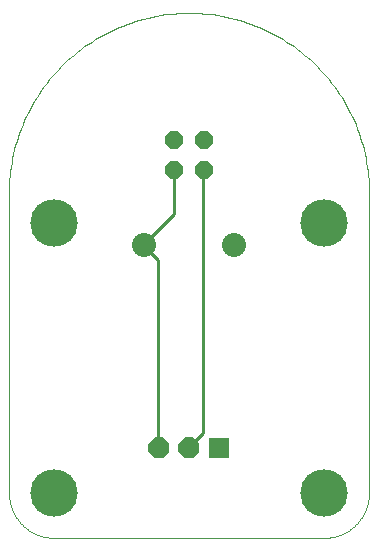
<source format=gtl>
G75*
%MOIN*%
%OFA0B0*%
%FSLAX25Y25*%
%IPPOS*%
%LPD*%
%AMOC8*
5,1,8,0,0,1.08239X$1,22.5*
%
%ADD10OC8,0.06000*%
%ADD11C,0.08000*%
%ADD12C,0.15811*%
%ADD13C,0.00000*%
%ADD14OC8,0.07000*%
%ADD15R,0.07000X0.07000*%
%ADD16C,0.01000*%
D10*
X0059000Y0124000D03*
X0059000Y0134000D03*
X0069000Y0134000D03*
X0069000Y0124000D03*
D11*
X0079000Y0099000D03*
X0049000Y0099000D03*
D12*
X0019000Y0106500D03*
X0019000Y0016500D03*
X0109000Y0016500D03*
X0109000Y0106500D03*
D13*
X0004000Y0116500D02*
X0004000Y0016500D01*
X0004004Y0016138D01*
X0004018Y0015775D01*
X0004039Y0015413D01*
X0004070Y0015052D01*
X0004109Y0014692D01*
X0004157Y0014333D01*
X0004214Y0013975D01*
X0004279Y0013618D01*
X0004353Y0013263D01*
X0004436Y0012910D01*
X0004527Y0012559D01*
X0004626Y0012211D01*
X0004734Y0011865D01*
X0004850Y0011521D01*
X0004975Y0011181D01*
X0005107Y0010844D01*
X0005248Y0010510D01*
X0005397Y0010179D01*
X0005554Y0009852D01*
X0005718Y0009529D01*
X0005890Y0009210D01*
X0006070Y0008896D01*
X0006258Y0008585D01*
X0006453Y0008280D01*
X0006655Y0007979D01*
X0006865Y0007683D01*
X0007081Y0007393D01*
X0007305Y0007107D01*
X0007535Y0006827D01*
X0007772Y0006553D01*
X0008016Y0006285D01*
X0008266Y0006022D01*
X0008522Y0005766D01*
X0008785Y0005516D01*
X0009053Y0005272D01*
X0009327Y0005035D01*
X0009607Y0004805D01*
X0009893Y0004581D01*
X0010183Y0004365D01*
X0010479Y0004155D01*
X0010780Y0003953D01*
X0011085Y0003758D01*
X0011396Y0003570D01*
X0011710Y0003390D01*
X0012029Y0003218D01*
X0012352Y0003054D01*
X0012679Y0002897D01*
X0013010Y0002748D01*
X0013344Y0002607D01*
X0013681Y0002475D01*
X0014021Y0002350D01*
X0014365Y0002234D01*
X0014711Y0002126D01*
X0015059Y0002027D01*
X0015410Y0001936D01*
X0015763Y0001853D01*
X0016118Y0001779D01*
X0016475Y0001714D01*
X0016833Y0001657D01*
X0017192Y0001609D01*
X0017552Y0001570D01*
X0017913Y0001539D01*
X0018275Y0001518D01*
X0018638Y0001504D01*
X0019000Y0001500D01*
X0109000Y0001500D01*
X0109362Y0001504D01*
X0109725Y0001518D01*
X0110087Y0001539D01*
X0110448Y0001570D01*
X0110808Y0001609D01*
X0111167Y0001657D01*
X0111525Y0001714D01*
X0111882Y0001779D01*
X0112237Y0001853D01*
X0112590Y0001936D01*
X0112941Y0002027D01*
X0113289Y0002126D01*
X0113635Y0002234D01*
X0113979Y0002350D01*
X0114319Y0002475D01*
X0114656Y0002607D01*
X0114990Y0002748D01*
X0115321Y0002897D01*
X0115648Y0003054D01*
X0115971Y0003218D01*
X0116290Y0003390D01*
X0116604Y0003570D01*
X0116915Y0003758D01*
X0117220Y0003953D01*
X0117521Y0004155D01*
X0117817Y0004365D01*
X0118107Y0004581D01*
X0118393Y0004805D01*
X0118673Y0005035D01*
X0118947Y0005272D01*
X0119215Y0005516D01*
X0119478Y0005766D01*
X0119734Y0006022D01*
X0119984Y0006285D01*
X0120228Y0006553D01*
X0120465Y0006827D01*
X0120695Y0007107D01*
X0120919Y0007393D01*
X0121135Y0007683D01*
X0121345Y0007979D01*
X0121547Y0008280D01*
X0121742Y0008585D01*
X0121930Y0008896D01*
X0122110Y0009210D01*
X0122282Y0009529D01*
X0122446Y0009852D01*
X0122603Y0010179D01*
X0122752Y0010510D01*
X0122893Y0010844D01*
X0123025Y0011181D01*
X0123150Y0011521D01*
X0123266Y0011865D01*
X0123374Y0012211D01*
X0123473Y0012559D01*
X0123564Y0012910D01*
X0123647Y0013263D01*
X0123721Y0013618D01*
X0123786Y0013975D01*
X0123843Y0014333D01*
X0123891Y0014692D01*
X0123930Y0015052D01*
X0123961Y0015413D01*
X0123982Y0015775D01*
X0123996Y0016138D01*
X0124000Y0016500D01*
X0124000Y0116500D01*
X0123982Y0117961D01*
X0123929Y0119421D01*
X0123840Y0120880D01*
X0123716Y0122336D01*
X0123556Y0123788D01*
X0123361Y0125236D01*
X0123130Y0126679D01*
X0122865Y0128116D01*
X0122565Y0129546D01*
X0122230Y0130968D01*
X0121860Y0132382D01*
X0121456Y0133786D01*
X0121018Y0135180D01*
X0120546Y0136563D01*
X0120041Y0137934D01*
X0119502Y0139292D01*
X0118931Y0140637D01*
X0118327Y0141967D01*
X0117691Y0143283D01*
X0117023Y0144582D01*
X0116323Y0145865D01*
X0115592Y0147130D01*
X0114831Y0148378D01*
X0114040Y0149606D01*
X0113219Y0150815D01*
X0112369Y0152003D01*
X0111490Y0153170D01*
X0110583Y0154316D01*
X0109648Y0155439D01*
X0108686Y0156539D01*
X0107698Y0157615D01*
X0106684Y0158667D01*
X0105644Y0159694D01*
X0104580Y0160695D01*
X0103492Y0161671D01*
X0102380Y0162619D01*
X0101246Y0163540D01*
X0100089Y0164433D01*
X0098912Y0165297D01*
X0097713Y0166133D01*
X0096494Y0166939D01*
X0095256Y0167716D01*
X0094000Y0168462D01*
X0092726Y0169177D01*
X0091435Y0169861D01*
X0090127Y0170513D01*
X0088804Y0171133D01*
X0087466Y0171721D01*
X0086115Y0172276D01*
X0084750Y0172798D01*
X0083373Y0173286D01*
X0081984Y0173741D01*
X0080585Y0174162D01*
X0079176Y0174549D01*
X0077758Y0174901D01*
X0076332Y0175219D01*
X0074898Y0175502D01*
X0073458Y0175750D01*
X0072013Y0175963D01*
X0070562Y0176140D01*
X0069108Y0176282D01*
X0067651Y0176389D01*
X0066191Y0176460D01*
X0064731Y0176496D01*
X0063269Y0176496D01*
X0061809Y0176460D01*
X0060349Y0176389D01*
X0058892Y0176282D01*
X0057438Y0176140D01*
X0055987Y0175963D01*
X0054542Y0175750D01*
X0053102Y0175502D01*
X0051668Y0175219D01*
X0050242Y0174901D01*
X0048824Y0174549D01*
X0047415Y0174162D01*
X0046016Y0173741D01*
X0044627Y0173286D01*
X0043250Y0172798D01*
X0041885Y0172276D01*
X0040534Y0171721D01*
X0039196Y0171133D01*
X0037873Y0170513D01*
X0036565Y0169861D01*
X0035274Y0169177D01*
X0034000Y0168462D01*
X0032744Y0167716D01*
X0031506Y0166939D01*
X0030287Y0166133D01*
X0029088Y0165297D01*
X0027911Y0164433D01*
X0026754Y0163540D01*
X0025620Y0162619D01*
X0024508Y0161671D01*
X0023420Y0160695D01*
X0022356Y0159694D01*
X0021316Y0158667D01*
X0020302Y0157615D01*
X0019314Y0156539D01*
X0018352Y0155439D01*
X0017417Y0154316D01*
X0016510Y0153170D01*
X0015631Y0152003D01*
X0014781Y0150815D01*
X0013960Y0149606D01*
X0013169Y0148378D01*
X0012408Y0147130D01*
X0011677Y0145865D01*
X0010977Y0144582D01*
X0010309Y0143283D01*
X0009673Y0141967D01*
X0009069Y0140637D01*
X0008498Y0139292D01*
X0007959Y0137934D01*
X0007454Y0136563D01*
X0006982Y0135180D01*
X0006544Y0133786D01*
X0006140Y0132382D01*
X0005770Y0130968D01*
X0005435Y0129546D01*
X0005135Y0128116D01*
X0004870Y0126679D01*
X0004639Y0125236D01*
X0004444Y0123788D01*
X0004284Y0122336D01*
X0004160Y0120880D01*
X0004071Y0119421D01*
X0004018Y0117961D01*
X0004000Y0116500D01*
D14*
X0054000Y0031500D03*
X0064000Y0031500D03*
D15*
X0074000Y0031500D03*
D16*
X0068800Y0036600D02*
X0064300Y0032100D01*
X0064000Y0031500D01*
X0068800Y0036600D02*
X0068800Y0123900D01*
X0069000Y0124000D01*
X0059000Y0124000D02*
X0058900Y0123900D01*
X0058900Y0109500D01*
X0049000Y0099600D01*
X0049000Y0099000D01*
X0049000Y0098700D01*
X0053500Y0094200D01*
X0053500Y0032100D01*
X0054000Y0031500D01*
M02*

</source>
